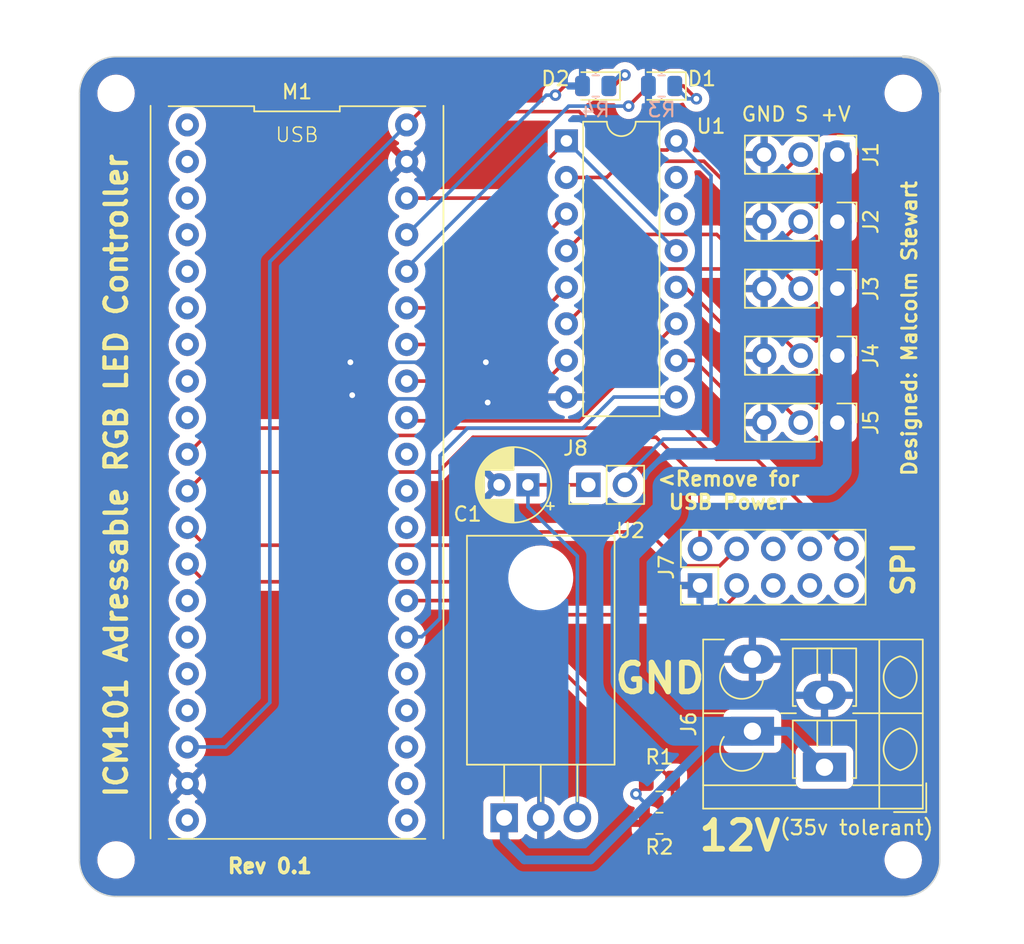
<source format=kicad_pcb>
(kicad_pcb (version 20221018) (generator pcbnew)
  (layers (0 "F.Cu" signal) (31 "B.Cu" signal) (34 "B.Paste" user) (35 "F.Paste" user) (36 "B.SilkS" user "B.Silkscreen") (37 "F.SilkS" user "F.Silkscreen") (38 "B.Mask" user) (39 "F.Mask" user) (44 "Edge.Cuts" user))
  (net 0 "")
  (net 1 "/CH1_H")
  (net 2 "GND")
  (net 3 "/CH2_H")
  (net 4 "/CH3_H")
  (net 5 "/CH4_H")
  (net 6 "/CH5_H")
  (net 7 "/12V")
  (net 20 "Net-(D1-K)")
  (net 31 "/CH1_L")
  (net 32 "/CH2_L")
  (net 33 "/STATUS")
  (net 34 "Net-(D2-K)")
  (net 35 "/COMM")
  (net 38 "+5V")
  (net 39 "+3V3")
  (net 40 "/CH3_L")
  (net 41 "/CH4_L")
  (net 42 "/CH5_L")
  (net 48 "/SPI1_SCK")
  (net 49 "/SPI1_MOSI")
  (net 50 "/SPI1_MISO")
  (net 51 "/SPI1_NSS")
  (net 52 "/12V_SNS")
  (net 54 "Net-(J8-Pin_1)")
  (footprint "Connector_PinHeader_2.54mm:PinHeader_1x03_P2.54mm_Vertical" (layer "F.Cu") (at 180.848 76.757 -90)
    (fp_text reference "J4" (at 0 -2.33 90) (layer "F.SilkS"))
    (fp_text value "Conn_01x03")
    (pad "1" thru_hole rect (at 0 0 270) (size 1.7 1.7) (drill 1) (layers "*.Cu" "*.Mask") (net 7 "/12V"))
    (pad "2" thru_hole oval (at 0 2.54 270) (size 1.7 1.7) (drill 1) (layers "*.Cu" "*.Mask") (net 5 "/CH4_H"))
    (pad "3" thru_hole oval (at 0 5.08 270) (size 1.7 1.7) (drill 1) (layers "*.Cu" "*.Mask") (net 2 "GND"))
  )
  (footprint "MountingHole:MountingHole_2.1mm" (layer "F.Cu") (at 185.42 111.76)
    (fp_text reference "H2" hide)
    (fp_text value "MountingHole_2.1mm")
    (pad "" np_thru_hole circle (at 0 0) (size 2.1 2.1) (drill 2.1) (layers "*.Cu" "*.Mask"))
  )
  (footprint "Resistor_SMD:R_0805_2012Metric" (layer "F.Cu") (at 168.5055 106.27)
    (fp_text reference "R1" (at 0 -1.65) (layer "F.SilkS"))
    (fp_text value "10k")
    (pad "1" smd roundrect (at -0.9125 0) (size 1.025 1.4) (layers "F.Cu" "F.Paste" "F.Mask") (roundrect_rratio 0.243902) (net 7 "/12V"))
    (pad "2" smd roundrect (at 0.9125 0) (size 1.025 1.4) (layers "F.Cu" "F.Paste" "F.Mask") (roundrect_rratio 0.243902) (net 52 "/12V_SNS"))
  )
  (footprint "LED_SMD:LED_0805_2012Metric" (layer "F.Cu") (at 164.084 58.039 180)
    (fp_text reference "D2" (at 2.794 0.508 180) (layer "F.SilkS"))
    (fp_text value "COMM")
    (pad "1" smd roundrect (at -0.9375 0 180) (size 0.975 1.4) (layers "F.Cu" "F.Paste" "F.Mask") (net 34 "Net-(D2-K)"))
    (pad "2" smd roundrect (at 0.9375 0 180) (size 0.975 1.4) (layers "F.Cu" "F.Paste" "F.Mask") (net 35 "/COMM"))
  )
  (footprint "LED_SMD:LED_0805_2012Metric" (layer "F.Cu") (at 168.656 58.039 180)
    (fp_text reference "D1" (at -2.794 0.508) (layer "F.SilkS"))
    (fp_text value "STATUS")
    (pad "1" smd roundrect (at -0.9375 0 180) (size 0.975 1.4) (layers "F.Cu" "F.Paste" "F.Mask") (net 20 "Net-(D1-K)"))
    (pad "2" smd roundrect (at 0.9375 0 180) (size 0.975 1.4) (layers "F.Cu" "F.Paste" "F.Mask") (net 33 "/STATUS"))
  )
  (footprint "TerminalBlock_WAGO:TerminalBlock_WAGO_804-102_1x02_P5.00mm_45Degree" (layer "F.Cu") (at 179.959 105.33 90)
    (fp_text reference "J6" (at 3 -9.42 90) (layer "F.SilkS"))
    (fp_text value "12v IN")
    (pad "1" thru_hole rect (at 0 0 90) (size 2 3) (drill 1.2) (layers "*.Cu" "*.Mask") (net 7 "/12V"))
    (pad "1" thru_hole rect (at 2.5 -5 90) (size 2 3) (drill 1.2) (layers "*.Cu" "*.Mask") (net 7 "/12V"))
    (pad "2" thru_hole oval (at 5 0 90) (size 2 3) (drill 1.2) (layers "*.Cu" "*.Mask") (net 2 "GND"))
    (pad "2" thru_hole oval (at 7.5 -5 90) (size 2 3) (drill 1.2) (layers "*.Cu" "*.Mask") (net 2 "GND"))
  )
  (footprint "stm32_devkit:MiniSTM32F4x1CE" (layer "F.Cu") (at 143.361999 84.872 -90)
    (fp_text reference "M1" (at -26.43 0) (layer "F.SilkS"))
    (fp_text value "~")
    (fp_text user "USB" (at -22.86 0 unlocked) (layer "F.SilkS") (effects (font (thickness 0.1)) (justify bottom)))
    (pad "1" thru_hole circle (at -24.13 7.61 270) (size 1.6 1.6) (drill 0.8) (layers "*.Cu" "*.Mask"))
    (pad "2" thru_hole circle (at -21.59 7.61 270) (size 1.6 1.6) (drill 0.8) (layers "*.Cu" "*.Mask"))
    (pad "3" thru_hole circle (at -19.05 7.61 270) (size 1.6 1.6) (drill 0.8) (layers "*.Cu" "*.Mask"))
    (pad "4" thru_hole circle (at -16.51 7.61 270) (size 1.6 1.6) (drill 0.8) (layers "*.Cu" "*.Mask"))
    (pad "5" thru_hole circle (at -13.97 7.61 270) (size 1.6 1.6) (drill 0.8) (layers "*.Cu" "*.Mask"))
    (pad "6" thru_hole circle (at -11.43 7.61 270) (size 1.6 1.6) (drill 0.8) (layers "*.Cu" "*.Mask"))
    (pad "7" thru_hole circle (at -8.89 7.61 270) (size 1.6 1.6) (drill 0.8) (layers "*.Cu" "*.Mask"))
    (pad "8" thru_hole circle (at -6.35 7.61 270) (size 1.6 1.6) (drill 0.8) (layers "*.Cu" "*.Mask"))
    (pad "9" thru_hole circle (at -3.81 7.61 270) (size 1.6 1.6) (drill 0.8) (layers "*.Cu" "*.Mask"))
    (pad "10" thru_hole circle (at -1.27 7.61 270) (size 1.6 1.6) (drill 0.8) (layers "*.Cu" "*.Mask") (net 51 "/SPI1_NSS"))
    (pad "11" thru_hole circle (at 1.27 7.61 270) (size 1.6 1.6) (drill 0.8) (layers "*.Cu" "*.Mask") (net 48 "/SPI1_SCK"))
    (pad "12" thru_hole circle (at 3.81 7.61 270) (size 1.6 1.6) (drill 0.8) (layers "*.Cu" "*.Mask") (net 50 "/SPI1_MISO"))
    (pad "13" thru_hole circle (at 6.35 7.61 270) (size 1.6 1.6) (drill 0.8) (layers "*.Cu" "*.Mask") (net 49 "/SPI1_MOSI"))
    (pad "14" thru_hole circle (at 8.89 7.61 270) (size 1.6 1.6) (drill 0.8) (layers "*.Cu" "*.Mask"))
    (pad "15" thru_hole circle (at 11.43 7.61 270) (size 1.6 1.6) (drill 0.8) (layers "*.Cu" "*.Mask"))
    (pad "16" thru_hole circle (at 13.97 7.61 270) (size 1.6 1.6) (drill 0.8) (layers "*.Cu" "*.Mask"))
    (pad "17" thru_hole circle (at 16.51 7.61 270) (size 1.6 1.6) (drill 0.8) (layers "*.Cu" "*.Mask"))
    (pad "18" thru_hole circle (at 19.05 7.61 270) (size 1.6 1.6) (drill 0.8) (layers "*.Cu" "*.Mask") (net 38 "+5V"))
    (pad "19" thru_hole circle (at 21.59 7.61 270) (size 1.6 1.6) (drill 0.8) (layers "*.Cu" "*.Mask") (net 2 "GND"))
    (pad "20" thru_hole circle (at 24.13 7.61 270) (size 1.6 1.6) (drill 0.8) (layers "*.Cu" "*.Mask"))
    (pad "21" thru_hole circle (at 24.13 -7.61 270) (size 1.6 1.6) (drill 0.8) (layers "*.Cu" "*.Mask"))
    (pad "22" thru_hole circle (at 21.59 -7.61 270) (size 1.6 1.6) (drill 0.8) (layers "*.Cu" "*.Mask"))
    (pad "23" thru_hole circle (at 19.05 -7.61 270) (size 1.6 1.6) (drill 0.8) (layers "*.Cu" "*.Mask"))
    (pad "24" thru_hole circle (at 16.51 -7.61 270) (size 1.6 1.6) (drill 0.8) (layers "*.Cu" "*.Mask"))
    (pad "25" thru_hole circle (at 13.97 -7.61 270) (size 1.6 1.6) (drill 0.8) (layers "*.Cu" "*.Mask"))
    (pad "26" thru_hole circle (at 11.43 -7.61 270) (size 1.6 1.6) (drill 0.8) (layers "*.Cu" "*.Mask") (net 42 "/CH5_L"))
    (pad "27" thru_hole circle (at 8.89 -7.61 270) (size 1.6 1.6) (drill 0.8) (layers "*.Cu" "*.Mask") (net 52 "/12V_SNS"))
    (pad "28" thru_hole circle (at 6.35 -7.61 270) (size 1.6 1.6) (drill 0.8) (layers "*.Cu" "*.Mask"))
    (pad "29" thru_hole circle (at 3.81 -7.61 270) (size 1.6 1.6) (drill 0.8) (layers "*.Cu" "*.Mask"))
    (pad "30" thru_hole circle (at 1.27 -7.61 270) (size 1.6 1.6) (drill 0.8) (layers "*.Cu" "*.Mask"))
    (pad "31" thru_hole circle (at -1.27 -7.61 270) (size 1.6 1.6) (drill 0.8) (layers "*.Cu" "*.Mask"))
    (pad "32" thru_hole circle (at -3.81 -7.61 270) (size 1.6 1.6) (drill 0.8) (layers "*.Cu" "*.Mask") (net 41 "/CH4_L"))
    (pad "33" thru_hole circle (at -6.35 -7.61 270) (size 1.6 1.6) (drill 0.8) (layers "*.Cu" "*.Mask") (net 40 "/CH3_L"))
    (pad "34" thru_hole circle (at -8.89 -7.61 270) (size 1.6 1.6) (drill 0.8) (layers "*.Cu" "*.Mask") (net 32 "/CH2_L"))
    (pad "35" thru_hole circle (at -11.43 -7.61 270) (size 1.6 1.6) (drill 0.8) (layers "*.Cu" "*.Mask") (net 31 "/CH1_L"))
    (pad "36" thru_hole circle (at -13.97 -7.61 270) (size 1.6 1.6) (drill 0.8) (layers "*.Cu" "*.Mask") (net 33 "/STATUS"))
    (pad "37" thru_hole circle (at -16.51 -7.61 270) (size 1.6 1.6) (drill 0.8) (layers "*.Cu" "*.Mask") (net 35 "/COMM"))
    (pad "38" thru_hole circle (at -19.05 -7.61 270) (size 1.6 1.6) (drill 0.8) (layers "*.Cu" "*.Mask") (net 39 "+3V3"))
    (pad "39" thru_hole circle (at -21.59 -7.61 270) (size 1.6 1.6) (drill 0.8) (layers "*.Cu" "*.Mask") (net 2 "GND"))
    (pad "40" thru_hole circle (at -24.13 -7.61 270) (size 1.6 1.6) (drill 0.8) (layers "*.Cu" "*.Mask") (net 38 "+5V"))
  )
  (footprint "MountingHole:MountingHole_2.1mm" (layer "F.Cu") (at 130.81 111.76)
    (fp_text reference "H3" hide)
    (fp_text value "MountingHole_2.1mm")
    (pad "" np_thru_hole circle (at 0 0) (size 2.1 2.1) (drill 2.1) (layers "F&B.Cu" "*.Mask"))
  )
  (footprint "Package_DIP:DIP-16_W7.62mm" (layer "F.Cu") (at 162.052 61.849)
    (fp_text reference "U1" (at 10.033 -1.016) (layer "F.SilkS"))
    (fp_text value "4504")
    (pad "1" thru_hole rect (at 0 0) (size 1.6 1.6) (drill 0.8) (layers "*.Cu" "*.Mask") (net 39 "+3V3"))
    (pad "2" thru_hole oval (at 0 2.54) (size 1.6 1.6) (drill 0.8) (layers "*.Cu" "*.Mask") (net 1 "/CH1_H"))
    (pad "3" thru_hole oval (at 0 5.08) (size 1.6 1.6) (drill 0.8) (layers "*.Cu" "*.Mask") (net 31 "/CH1_L"))
    (pad "4" thru_hole oval (at 0 7.62) (size 1.6 1.6) (drill 0.8) (layers "*.Cu" "*.Mask") (net 3 "/CH2_H"))
    (pad "5" thru_hole oval (at 0 10.16) (size 1.6 1.6) (drill 0.8) (layers "*.Cu" "*.Mask") (net 32 "/CH2_L"))
    (pad "6" thru_hole oval (at 0 12.7) (size 1.6 1.6) (drill 0.8) (layers "*.Cu" "*.Mask") (net 4 "/CH3_H"))
    (pad "7" thru_hole oval (at 0 15.24) (size 1.6 1.6) (drill 0.8) (layers "*.Cu" "*.Mask") (net 40 "/CH3_L"))
    (pad "8" thru_hole oval (at 0 17.78) (size 1.6 1.6) (drill 0.8) (layers "*.Cu" "*.Mask") (net 2 "GND"))
    (pad "9" thru_hole oval (at 7.62 17.78) (size 1.6 1.6) (drill 0.8) (layers "*.Cu" "*.Mask") (net 42 "/CH5_L"))
    (pad "10" thru_hole oval (at 7.62 15.24) (size 1.6 1.6) (drill 0.8) (layers "*.Cu" "*.Mask") (net 6 "/CH5_H"))
    (pad "11" thru_hole oval (at 7.62 12.7) (size 1.6 1.6) (drill 0.8) (layers "*.Cu" "*.Mask") (net 41 "/CH4_L"))
    (pad "12" thru_hole oval (at 7.62 10.16) (size 1.6 1.6) (drill 0.8) (layers "*.Cu" "*.Mask") (net 5 "/CH4_H"))
    (pad "13" thru_hole oval (at 7.62 7.62) (size 1.6 1.6) (drill 0.8) (layers "*.Cu" "*.Mask") (net 39 "+3V3"))
    (pad "14" thru_hole oval (at 7.62 5.08) (size 1.6 1.6) (drill 0.8) (layers "*.Cu" "*.Mask"))
    (pad "15" thru_hole oval (at 7.62 2.54) (size 1.6 1.6) (drill 0.8) (layers "*.Cu" "*.Mask"))
    (pad "16" thru_hole oval (at 7.62 0) (size 1.6 1.6) (drill 0.8) (layers "*.Cu" "*.Mask") (net 38 "+5V"))
  )
  (footprint "MountingHole:MountingHole_2.1mm" (layer "F.Cu") (at 185.42 58.547)
    (fp_text reference "H1" hide)
    (fp_text value "MountingHole_2.1mm")
    (pad "" np_thru_hole circle (at 0 0) (size 2.1 2.1) (drill 2.1) (layers "*.Cu" "*.Mask"))
  )
  (footprint "Capacitor_THT:CP_Radial_D5.0mm_P2.00mm" (layer "F.Cu") (at 159.385 85.725 180)
    (fp_text reference "C1" (at 4.191 -2.032 180) (layer "F.SilkS"))
    (fp_text value "0.1u")
    (pad "1" thru_hole rect (at 0 0 180) (size 1.6 1.6) (drill 0.8) (layers "*.Cu" "*.Mask") (net 54 "Net-(J8-Pin_1)"))
    (pad "2" thru_hole circle (at 2 0 180) (size 1.6 1.6) (drill 0.8) (layers "*.Cu" "*.Mask") (net 2 "GND"))
  )
  (footprint "Package_TO_SOT_THT:TO-220-3_Horizontal_TabDown" (layer "F.Cu") (at 157.734 108.839)
    (fp_text reference "U2" (at 8.763 -19.939) (layer "F.SilkS"))
    (fp_text value "L7805")
    (pad "" np_thru_hole oval (at 2.54 -16.66) (size 3.5 3.5) (drill 3.5) (layers "*.Cu" "*.Mask"))
    (pad "1" thru_hole rect (at 0 0) (size 1.905 2) (drill 1.1) (layers "*.Cu" "*.Mask") (net 7 "/12V"))
    (pad "2" thru_hole oval (at 2.54 0) (size 1.905 2) (drill 1.1) (layers "*.Cu" "*.Mask") (net 2 "GND"))
    (pad "3" thru_hole oval (at 5.08 0) (size 1.905 2) (drill 1.1) (layers "*.Cu" "*.Mask") (net 54 "Net-(J8-Pin_1)"))
  )
  (footprint "Connector_PinHeader_2.54mm:PinHeader_1x03_P2.54mm_Vertical" (layer "F.Cu") (at 180.848 67.457 -90)
    (fp_text reference "J2" (at 0 -2.33 90) (layer "F.SilkS"))
    (fp_text value "Conn_01x03")
    (pad "1" thru_hole rect (at 0 0 270) (size 1.7 1.7) (drill 1) (layers "*.Cu" "*.Mask") (net 7 "/12V"))
    (pad "2" thru_hole oval (at 0 2.54 270) (size 1.7 1.7) (drill 1) (layers "*.Cu" "*.Mask") (net 3 "/CH2_H"))
    (pad "3" thru_hole oval (at 0 5.08 270) (size 1.7 1.7) (drill 1) (layers "*.Cu" "*.Mask") (net 2 "GND"))
  )
  (footprint "Connector_PinHeader_2.54mm:PinHeader_1x03_P2.54mm_Vertical" (layer "F.Cu") (at 180.848 72.107 -90)
    (fp_text reference "J3" (at 0 -2.33 90) (layer "F.SilkS"))
    (fp_text value "Conn_01x03")
    (pad "1" thru_hole rect (at 0 0 270) (size 1.7 1.7) (drill 1) (layers "*.Cu" "*.Mask") (net 7 "/12V"))
    (pad "2" thru_hole oval (at 0 2.54 270) (size 1.7 1.7) (drill 1) (layers "*.Cu" "*.Mask") (net 4 "/CH3_H"))
    (pad "3" thru_hole oval (at 0 5.08 270) (size 1.7 1.7) (drill 1) (layers "*.Cu" "*.Mask") (net 2 "GND"))
  )
  (footprint "Connector_PinHeader_2.54mm:PinHeader_2x05_P2.54mm_Vertical" (layer "F.Cu") (at 171.323 92.71 90)
    (fp_text reference "J7" (at 1.27 -2.33 90) (layer "F.SilkS"))
    (fp_text value "SPI")
    (pad "1" thru_hole rect (at 0 0 90) (size 1.7 1.7) (drill 1) (layers "*.Cu" "*.Mask") (net 2 "GND"))
    (pad "2" thru_hole oval (at 2.54 0 90) (size 1.7 1.7) (drill 1) (layers "*.Cu" "*.Mask") (net 48 "/SPI1_SCK"))
    (pad "3" thru_hole oval (at 0 2.54 90) (size 1.7 1.7) (drill 1) (layers "*.Cu" "*.Mask") (net 49 "/SPI1_MOSI"))
    (pad "4" thru_hole oval (at 2.54 2.54 90) (size 1.7 1.7) (drill 1) (layers "*.Cu" "*.Mask") (net 50 "/SPI1_MISO"))
    (pad "5" thru_hole oval (at 0 5.08 90) (size 1.7 1.7) (drill 1) (layers "*.Cu" "*.Mask"))
    (pad "6" thru_hole oval (at 2.54 5.08 90) (size 1.7 1.7) (drill 1) (layers "*.Cu" "*.Mask"))
    (pad "7" thru_hole oval (at 0 7.62 90) (size 1.7 1.7) (drill 1) (layers "*.Cu" "*.Mask"))
    (pad "8" thru_hole oval (at 2.54 7.62 90) (size 1.7 1.7) (drill 1) (layers "*.Cu" "*.Mask"))
    (pad "9" thru_hole oval (at 0 10.16 90) (size 1.7 1.7) (drill 1) (layers "*.Cu" "*.Mask"))
    (pad "10" thru_hole oval (at 2.54 10.16 90) (size 1.7 1.7) (drill 1) (layers "*.Cu" "*.Mask") (net 51 "/SPI1_NSS"))
  )
  (footprint "Connector_PinHeader_2.54mm:PinHeader_1x03_P2.54mm_Vertical" (layer "F.Cu") (at 180.848 81.407 -90)
    (fp_text reference "J5" (at 0 -2.33 90) (layer "F.SilkS"))
    (fp_text value "Conn_01x03")
    (pad "1" thru_hole rect (at 0 0 270) (size 1.7 1.7) (drill 1) (layers "*.Cu" "*.Mask") (net 7 "/12V"))
    (pad "2" thru_hole oval (at 0 2.54 270) (size 1.7 1.7) (drill 1) (layers "*.Cu" "*.Mask") (net 6 "/CH5_H"))
    (pad "3" thru_hole oval (at 0 5.08 270) (size 1.7 1.7) (drill 1) (layers "*.Cu" "*.Mask") (net 2 "GND"))
  )
  (footprint "Resistor_SMD:R_0805_2012Metric" (layer "F.Cu") (at 168.5055 109.22 180)
    (fp_text reference "R2" (at 0 -1.65) (layer "F.SilkS"))
    (fp_text value "1k")
    (pad "1" smd roundrect (at -0.9125 0 180) (size 1.025 1.4) (layers "F.Cu" "F.Paste" "F.Mask") (roundrect_rratio 0.243902) (net 52 "/12V_SNS"))
    (pad "2" smd roundrect (at 0.9125 0 180) (size 1.025 1.4) (layers "F.Cu" "F.Paste" "F.Mask") (roundrect_rratio 0.243902) (net 2 "GND"))
  )
  (footprint "Connector_PinHeader_2.54mm:PinHeader_1x02_P2.54mm_Vertical" (layer "F.Cu") (at 163.576 85.725 90)
    (fp_text reference "J8" (at 2.54 -0.889 180) (layer "F.SilkS"))
    (fp_text value "Conn_01x02")
    (pad "1" thru_hole rect (at 0 0 90) (size 1.7 1.7) (drill 1) (layers "*.Cu" "*.Mask") (net 54 "Net-(J8-Pin_1)"))
    (pad "2" thru_hole oval (at 0 2.54 90) (size 1.7 1.7) (drill 1) (layers "*.Cu" "*.Mask") (net 38 "+5V"))
  )
  (footprint "MountingHole:MountingHole_2.1mm" (layer "F.Cu") (at 130.81 58.547)
    (fp_text reference "H4" hide)
    (fp_text value "MountingHole_2.1mm")
    (pad "" np_thru_hole circle (at 0 0) (size 2.1 2.1) (drill 2.1) (layers "F&B.Cu" "*.Mask"))
  )
  (footprint "Connector_PinHeader_2.54mm:PinHeader_1x03_P2.54mm_Vertical" (layer "F.Cu") (at 180.848 62.807 -90)
    (fp_text reference "J1" (at 0 -2.33 90) (layer "F.SilkS"))
    (fp_text value "Conn_01x03")
    (pad "1" thru_hole rect (at 0 0 270) (size 1.7 1.7) (drill 1) (layers "*.Cu" "*.Mask") (net 7 "/12V"))
    (pad "2" thru_hole oval (at 0 2.54 270) (size 1.7 1.7) (drill 1) (layers "*.Cu" "*.Mask") (net 1 "/CH1_H"))
    (pad "3" thru_hole oval (at 0 5.08 270) (size 1.7 1.7) (drill 1) (layers "*.Cu" "*.Mask") (net 2 "GND"))
  )
  (footprint "Resistor_SMD:R_0805_2012Metric" (layer "B.Cu") (at 164.084 58.039)
    (fp_text reference "R4" (at 0 1.65) (layer "B.SilkS") (effects (justify mirror)))
    (fp_text value "200")
    (pad "1" smd roundrect (at -0.9125 0) (size 1.025 1.4) (layers "B.Cu" "B.Paste" "B.Mask") (roundrect_rratio 0.243902) (net 2 "GND"))
    (pad "2" smd roundrect (at 0.9125 0) (size 1.025 1.4) (layers "B.Cu" "B.Paste" "B.Mask") (roundrect_rratio 0.243902) (net 34 "Net-(D2-K)"))
  )
  (footprint "Resistor_SMD:R_0805_2012Metric" (layer "B.Cu") (at 168.656 58.039)
    (fp_text reference "R3" (at 0 1.65) (layer "B.SilkS") (effects (justify mirror)))
    (fp_text value "200")
    (pad "1" smd roundrect (at -0.9125 0) (size 1.025 1.4) (layers "B.Cu" "B.Paste" "B.Mask") (roundrect_rratio 0.243902) (net 2 "GND"))
    (pad "2" smd roundrect (at 0.9125 0) (size 1.025 1.4) (layers "B.Cu" "B.Paste" "B.Mask") (roundrect_rratio 0.243902) (net 20 "Net-(D1-K)"))
  )
  (gr_arc (start 185.42 56.003827) (mid 187.172818 56.704351) (end 187.96 58.42) (stroke (width 0.2)) (layer "Edge.Cuts"))
  (gr_arc (start 187.96 111.76) (mid 187.216051 113.556051) (end 185.42 114.3) (stroke (width 0.1)) (layer "Edge.Cuts"))
  (gr_line (start 130.81 56.007) (end 185.42 56.003827) (stroke (width 0.1)) (layer "Edge.Cuts"))
  (gr_line (start 128.27 111.76) (end 128.27 58.547) (stroke (width 0.1)) (layer "Edge.Cuts"))
  (gr_arc (start 130.81 114.3) (mid 129.013949 113.556051) (end 128.27 111.76) (stroke (width 0.1)) (layer "Edge.Cuts"))
  (gr_line (start 187.96 58.42) (end 187.96 111.76) (stroke (width 0.1)) (layer "Edge.Cuts"))
  (gr_arc (start 128.27 58.547) (mid 129.013949 56.750949) (end 130.81 56.007) (stroke (width 0.1)) (layer "Edge.Cuts"))
  (gr_line (start 185.42 114.3) (end 130.81 114.3) (stroke (width 0.1)) (layer "Edge.Cuts"))
  (gr_text "S" (at 177.8 60.579) (layer "F.SilkS") (effects (font (size 1 1)) (justify left bottom)))
  (gr_text "<Remove for \n USB Power" (at 168.275 87.503) (layer "F.SilkS") (effects (font (size 1 1) (thickness 0.2) bold) (justify left bottom)))
  (gr_text "GND" (at 165.227 100.33) (layer "F.SilkS") (effects (font (size 2 2) (thickness 0.4) bold) (justify left bottom)))
  (gr_text "ICM101 Adressable RGB LED Controller" (at 131.699 107.569 90) (layer "F.SilkS") (effects (font (size 1.5 1.5) (thickness 0.3) bold) (justify left bottom)))
  (gr_text "Rev 0.1" (at 138.43 112.776) (layer "F.SilkS") (effects (font (size 1 1) (thickness 0.25) bold) (justify left bottom)))
  (gr_text "+V" (at 179.578 60.579) (layer "F.SilkS") (effects (font (size 1 1)) (justify left bottom)))
  (gr_text "(35v tolerant)" (at 176.784 110.109) (layer "F.SilkS") (effects (font (size 1 1)) (justify left bottom)))
  (gr_text "SPI" (at 186.309 93.599 90) (layer "F.SilkS") (effects (font (size 1.5 1.5) (thickness 0.3) bold) (justify left bottom)))
  (gr_text "GND" (at 174.117 60.579) (layer "F.SilkS") (effects (font (size 1 1)) (justify left bottom)))
  (gr_text "12V\n" (at 171.069 111.252) (layer "F.SilkS") (effects (font (size 2 2) (thickness 0.4) bold) (justify left bottom)))
  (gr_text "Designed: Malcolm Stewart" (at 186.436 85.217 90) (layer "F.SilkS") (effects (font (size 1 1) (thickness 0.2) bold) (justify left bottom)))
  (segment (start 171.595 63.264) (end 165.971 63.264) (width 0.25) (layer "F.Cu") (net 1))
  (segment (start 165.971 63.264) (end 164.846 64.389) (width 0.25) (layer "F.Cu") (net 1))
  (segment (start 176.345 64.77) (end 173.101 64.77) (width 0.25) (layer "F.Cu") (net 1))
  (segment (start 178.308 62.807) (end 176.345 64.77) (width 0.25) (layer "F.Cu") (net 1))
  (segment (start 164.846 64.389) (end 162.052 64.389) (width 0.25) (layer "F.Cu") (net 1))
  (segment (start 173.101 64.77) (end 171.595 63.264) (width 0.25) (layer "F.Cu") (net 1))
  (segment (start 162.052 79.629) (end 156.972 79.629) (width 0.25) (layer "F.Cu") (net 2))
  (segment (start 156.972 79.629) (end 156.591 80.01) (width 0.25) (layer "F.Cu") (net 2))
  (via (at 156.591 80.01) (size 0.8) (drill 0.4) (layers "F.Cu" "B.Cu") (net 2))
  (via (at 147.066 77.216) (size 0.8) (drill 0.4) (layers "F.Cu" "B.Cu") (net 2))
  (via (at 156.464 77.216) (size 0.8) (drill 0.4) (layers "F.Cu" "B.Cu") (net 2))
  (via (at 147.193 79.502) (size 0.8) (drill 0.4) (layers "F.Cu" "B.Cu") (net 2))
  (segment (start 147.447 79.756) (end 147.193 79.502) (width 0.25) (layer "B.Cu") (net 2))
  (segment (start 156.591 80.01) (end 156.337 79.756) (width 0.25) (layer "B.Cu") (net 2))
  (segment (start 156.337 79.756) (end 147.447 79.756) (width 0.25) (layer "B.Cu") (net 2))
  (segment (start 156.464 77.216) (end 147.066 77.216) (width 0.25) (layer "B.Cu") (net 2))
  (segment (start 173.736 69.596) (end 176.169 69.596) (width 0.25) (layer "F.Cu") (net 3))
  (segment (start 172.484 68.344) (end 173.736 69.596) (width 0.25) (layer "F.Cu") (net 3))
  (segment (start 176.169 69.596) (end 178.308 67.457) (width 0.25) (layer "F.Cu") (net 3))
  (segment (start 163.177 68.344) (end 172.484 68.344) (width 0.25) (layer "F.Cu") (net 3))
  (segment (start 162.052 69.469) (end 163.177 68.344) (width 0.25) (layer "F.Cu") (net 3))
  (segment (start 172.974 70.739) (end 173.228 70.485) (width 0.25) (layer "F.Cu") (net 4))
  (segment (start 173.228 70.485) (end 176.686 70.485) (width 0.25) (layer "F.Cu") (net 4))
  (segment (start 162.052 74.549) (end 165.862 70.739) (width 0.25) (layer "F.Cu") (net 4))
  (segment (start 176.686 70.485) (end 178.308 72.107) (width 0.25) (layer "F.Cu") (net 4))
  (segment (start 165.862 70.739) (end 172.974 70.739) (width 0.25) (layer "F.Cu") (net 4))
  (segment (start 169.672 72.009) (end 170.307 72.009) (width 0.25) (layer "F.Cu") (net 5))
  (segment (start 172.847 74.549) (end 176.1 74.549) (width 0.25) (layer "F.Cu") (net 5))
  (segment (start 176.1 74.549) (end 178.308 76.757) (width 0.25) (layer "F.Cu") (net 5))
  (segment (start 170.307 72.009) (end 172.847 74.549) (width 0.25) (layer "F.Cu") (net 5))
  (segment (start 169.672 77.089) (end 170.942 77.089) (width 0.25) (layer "F.Cu") (net 6))
  (segment (start 170.942 77.089) (end 173.228 79.375) (width 0.25) (layer "F.Cu") (net 6))
  (segment (start 173.228 79.375) (end 176.276 79.375) (width 0.25) (layer "F.Cu") (net 6))
  (segment (start 176.276 79.375) (end 178.308 81.407) (width 0.25) (layer "F.Cu") (net 6))
  (segment (start 167.593 106.473) (end 166.878 107.188) (width 0.25) (layer "F.Cu") (net 7))
  (segment (start 167.593 106.27) (end 167.593 106.473) (width 0.25) (layer "F.Cu") (net 7))
  (via (at 166.878 107.188) (size 0.8) (drill 0.4) (layers "F.Cu" "B.Cu") (net 7))
  (segment (start 180.848 67.457) (end 180.848 72.107) (width 2) (layer "B.Cu") (net 7))
  (segment (start 157.734 110.363) (end 159.131 111.76) (width 0.6) (layer "B.Cu") (net 7))
  (segment (start 167.7235 107.7795) (end 172.673 102.83) (width 0.6) (layer "B.Cu") (net 7))
  (segment (start 166.116 90.424) (end 166.116 99.321) (width 2) (layer "B.Cu") (net 7))
  (segment (start 180.848 81.407) (end 180.848 84.709) (width 2) (layer "B.Cu") (net 7))
  (segment (start 169.037 85.852) (end 169.037 87.503) (width 2) (layer "B.Cu") (net 7))
  (segment (start 169.625 102.83) (end 174.959 102.83) (width 2) (layer "B.Cu") (net 7))
  (segment (start 169.037 87.503) (end 166.116 90.424) (width 2) (layer "B.Cu") (net 7))
  (segment (start 159.131 111.76) (end 163.743 111.76) (width 0.6) (layer "B.Cu") (net 7))
  (segment (start 166.116 99.321) (end 169.625 102.83) (width 2) (layer "B.Cu") (net 7))
  (segment (start 180.848 72.107) (end 180.848 76.757) (width 2) (layer "B.Cu") (net 7))
  (segment (start 180.848 76.757) (end 180.848 81.407) (width 2) (layer "B.Cu") (net 7))
  (segment (start 180.086 85.471) (end 169.418 85.471) (width 2) (layer "B.Cu") (net 7))
  (segment (start 166.878 107.188) (end 167.4695 107.7795) (width 0.25) (layer "B.Cu") (net 7))
  (segment (start 163.743 111.76) (end 167.7235 107.7795) (width 0.6) (layer "B.Cu") (net 7))
  (segment (start 172.673 102.83) (end 174.959 102.83) (width 0.6) (layer "B.Cu") (net 7))
  (segment (start 157.734 108.839) (end 157.734 110.363) (width 0.6) (layer "B.Cu") (net 7))
  (segment (start 167.4695 107.7795) (end 167.7235 107.7795) (width 0.25) (layer "B.Cu") (net 7))
  (segment (start 180.848 84.709) (end 180.086 85.471) (width 2) (layer "B.Cu") (net 7))
  (segment (start 169.418 85.471) (end 169.037 85.852) (width 2) (layer "B.Cu") (net 7))
  (segment (start 174.959 102.83) (end 177.459 102.83) (width 0.6) (layer "B.Cu") (net 7))
  (segment (start 180.848 62.807) (end 180.848 67.457) (width 2) (layer "B.Cu") (net 7))
  (segment (start 177.459 102.83) (end 179.959 105.33) (width 0.6) (layer "B.Cu") (net 7))
  (segment (start 170.18 58.039) (end 169.5935 58.039) (width 0.25) (layer "F.Cu") (net 20))
  (segment (start 171.069 58.928) (end 170.18 58.039) (width 0.25) (layer "F.Cu") (net 20))
  (via (at 171.069 58.928) (size 0.8) (drill 0.4) (layers "F.Cu" "B.Cu") (net 20))
  (segment (start 170.4575 58.928) (end 169.5685 58.039) (width 0.25) (layer "B.Cu") (net 20))
  (segment (start 171.069 58.928) (end 170.4575 58.928) (width 0.25) (layer "B.Cu") (net 20))
  (segment (start 150.971999 73.442) (end 155.539 73.442) (width 0.25) (layer "F.Cu") (net 31))
  (segment (start 155.539 73.442) (end 162.052 66.929) (width 0.25) (layer "F.Cu") (net 31))
  (segment (start 158.079 75.982) (end 162.052 72.009) (width 0.25) (layer "F.Cu") (net 32))
  (segment (start 150.971999 75.982) (end 158.079 75.982) (width 0.25) (layer "F.Cu") (net 32))
  (segment (start 167.7185 58.039) (end 167.7185 58.0875) (width 0.25) (layer "F.Cu") (net 33))
  (segment (start 167.7185 58.0875) (end 166.37 59.436) (width 0.25) (layer "F.Cu") (net 33))
  (via (at 166.37 59.436) (size 0.8) (drill 0.4) (layers "F.Cu" "B.Cu") (net 33))
  (segment (start 150.971999 70.679001) (end 150.971999 70.902) (width 0.25) (layer "B.Cu") (net 33))
  (segment (start 162.215 59.436) (end 150.971999 70.679001) (width 0.25) (layer "B.Cu") (net 33))
  (segment (start 166.37 59.436) (end 162.215 59.436) (width 0.25) (layer "B.Cu") (net 33))
  (segment (start 164.9965 58.039) (end 165.354 58.039) (width 0.25) (layer "F.Cu") (net 34))
  (segment (start 165.354 58.039) (end 166.116 57.277) (width 0.25) (layer "F.Cu") (net 34))
  (via (at 166.116 57.277) (size 0.8) (drill 0.4) (layers "F.Cu" "B.Cu") (net 34))
  (segment (start 166.116 57.277) (end 165.7585 57.277) (width 0.25) (layer "B.Cu") (net 34))
  (segment (start 165.7585 57.277) (end 164.9965 58.039) (width 0.25) (layer "B.Cu") (net 34))
  (segment (start 163.1715 58.039) (end 161.925 58.039) (width 0.25) (layer "F.Cu") (net 35))
  (segment (start 161.925 58.039) (end 161.29 58.674) (width 0.25) (layer "F.Cu") (net 35))
  (via (at 161.29 58.674) (size 0.8) (drill 0.4) (layers "F.Cu" "B.Cu") (net 35))
  (segment (start 161.29 58.674) (end 160.659999 58.674) (width 0.25) (layer "B.Cu") (net 35))
  (segment (start 160.659999 58.674) (end 150.971999 68.362) (width 0.25) (layer "B.Cu") (net 35))
  (segment (start 165.606604 62.484) (end 169.037 62.484) (width 0.25) (layer "F.Cu") (net 38))
  (segment (start 169.037 62.484) (end 169.672 61.849) (width 0.25) (layer "F.Cu") (net 38))
  (segment (start 150.971999 60.742) (end 151.896999 59.817) (width 0.25) (layer "F.Cu") (net 38))
  (segment (start 151.896999 59.817) (end 162.939604 59.817) (width 0.25) (layer "F.Cu") (net 38))
  (segment (start 162.939604 59.817) (end 165.606604 62.484) (width 0.25) (layer "F.Cu") (net 38))
  (segment (start 141.478 70.235999) (end 150.971999 60.742) (width 0.25) (layer "B.Cu") (net 38))
  (segment (start 135.751999 103.922) (end 138.394 103.922) (width 0.25) (layer "B.Cu") (net 38))
  (segment (start 172.085 82.55) (end 172.085 64.262) (width 0.25) (layer "B.Cu") (net 38))
  (segment (start 141.478 100.838) (end 141.478 70.235999) (width 0.25) (layer "B.Cu") (net 38))
  (segment (start 168.783 82.55) (end 172.085 82.55) (width 0.25) (layer "B.Cu") (net 38))
  (segment (start 138.394 103.922) (end 141.478 100.838) (width 0.25) (layer "B.Cu") (net 38))
  (segment (start 172.085 64.262) (end 169.672 61.849) (width 0.25) (layer "B.Cu") (net 38))
  (segment (start 165.608 85.725) (end 168.783 82.55) (width 0.25) (layer "B.Cu") (net 38))
  (segment (start 150.971999 65.822) (end 158.079 65.822) (width 0.25) (layer "F.Cu") (net 39))
  (segment (start 158.079 65.822) (end 162.052 61.849) (width 0.25) (layer "F.Cu") (net 39))
  (segment (start 162.052 61.849) (end 169.672 69.469) (width 0.25) (layer "B.Cu") (net 39))
  (segment (start 160.619 78.522) (end 162.052 77.089) (width 0.25) (layer "F.Cu") (net 40))
  (segment (start 150.971999 78.522) (end 160.619 78.522) (width 0.25) (layer "F.Cu") (net 40))
  (segment (start 150.971999 81.062) (end 151.189999 81.28) (width 0.25) (layer "F.Cu") (net 41))
  (segment (start 162.941 81.28) (end 169.672 74.549) (width 0.25) (layer "F.Cu") (net 41))
  (segment (start 151.189999 81.28) (end 162.941 81.28) (width 0.25) (layer "F.Cu") (net 41))
  (segment (start 165.354 79.629) (end 163.195 81.788) (width 0.25) (layer "B.Cu") (net 42))
  (segment (start 155.194 81.788) (end 153.289 83.693) (width 0.25) (layer "B.Cu") (net 42))
  (segment (start 169.672 79.629) (end 165.354 79.629) (width 0.25) (layer "B.Cu") (net 42))
  (segment (start 163.195 81.788) (end 155.194 81.788) (width 0.25) (layer "B.Cu") (net 42))
  (segment (start 152.019 96.266) (end 151.007999 96.266) (width 0.25) (layer "B.Cu") (net 42))
  (segment (start 153.289 94.996) (end 152.019 96.266) (width 0.25) (layer "B.Cu") (net 42))
  (segment (start 151.007999 96.266) (end 150.971999 96.302) (width 0.25) (layer "B.Cu") (net 42))
  (segment (start 153.289 83.693) (end 153.289 94.996) (width 0.25) (layer "B.Cu") (net 42))
  (segment (start 171.323 85.471) (end 171.323 90.17) (width 0.25) (layer "F.Cu") (net 48))
  (segment (start 153.162 84.836) (end 155.575 82.423) (width 0.25) (layer "F.Cu") (net 48))
  (segment (start 168.275 82.423) (end 171.323 85.471) (width 0.25) (layer "F.Cu") (net 48))
  (segment (start 137.057999 84.836) (end 153.162 84.836) (width 0.25) (layer "F.Cu") (net 48))
  (segment (start 155.575 82.423) (end 168.275 82.423) (width 0.25) (layer "F.Cu") (net 48))
  (segment (start 135.751999 86.142) (end 137.057999 84.836) (width 0.25) (layer "F.Cu") (net 48))
  (segment (start 172.466 94.742) (end 173.863 93.345) (width 0.25) (layer "F.Cu") (net 49))
  (segment (start 156.591 92.456) (end 158.877 94.742) (width 0.25) (layer "F.Cu") (net 49))
  (segment (start 136.985999 92.456) (end 156.591 92.456) (width 0.25) (layer "F.Cu") (net 49))
  (segment (start 135.751999 91.222) (end 136.985999 92.456) (width 0.25) (layer "F.Cu") (net 49))
  (segment (start 158.877 94.742) (end 172.466 94.742) (width 0.25) (layer "F.Cu") (net 49))
  (segment (start 173.863 93.345) (end 173.863 92.71) (width 0.25) (layer "F.Cu") (net 49))
  (segment (start 135.751999 88.682) (end 136.985999 89.916) (width 0.25) (layer "F.Cu") (net 50))
  (segment (start 167.735 88.995) (end 170.085 91.345) (width 0.25) (layer "F.Cu") (net 50))
  (segment (start 136.985999 89.916) (end 158.538796 89.916) (width 0.25) (layer "F.Cu") (net 50))
  (segment (start 158.538796 89.916) (end 159.459796 88.995) (width 0.25) (layer "F.Cu") (net 50))
  (segment (start 159.459796 88.995) (end 167.735 88.995) (width 0.25) (layer "F.Cu") (net 50))
  (segment (start 172.688 91.345) (end 173.863 90.17) (width 0.25) (layer "F.Cu") (net 50))
  (segment (start 170.085 91.345) (end 172.688 91.345) (width 0.25) (layer "F.Cu") (net 50))
  (segment (start 152.273 82.296) (end 152.781 81.788) (width 0.25) (layer "F.Cu") (net 51))
  (segment (start 149.098 81.788) (end 149.606 82.296) (width 0.25) (layer "F.Cu") (net 51))
  (segment (start 149.606 82.296) (end 152.273 82.296) (width 0.25) (layer "F.Cu") (net 51))
  (segment (start 135.751999 83.602) (end 137.565999 81.788) (width 0.25) (layer "F.Cu") (net 51))
  (segment (start 175.26 83.947) (end 181.483 90.17) (width 0.25) (layer "F.Cu") (net 51))
  (segment (start 137.565999 81.788) (end 149.098 81.788) (width 0.25) (layer "F.Cu") (net 51))
  (segment (start 152.781 81.788) (end 170.307 81.788) (width 0.25) (layer "F.Cu") (net 51))
  (segment (start 172.466 83.947) (end 175.26 83.947) (width 0.25) (layer "F.Cu") (net 51))
  (segment (start 170.307 81.788) (end 172.466 83.947) (width 0.25) (layer "F.Cu") (net 51))
  (segment (start 169.418 106.27) (end 156.91 93.762) (width 0.25) (layer "F.Cu") (net 52))
  (segment (start 156.91 93.762) (end 150.971999 93.762) (width 0.25) (layer "F.Cu") (net 52))
  (segment (start 169.418 109.22) (end 169.418 106.27) (width 0.25) (layer "F.Cu") (net 52))
  (segment (start 159.385 85.725) (end 163.576 85.725) (width 0.25) (layer "F.Cu") (net 54))
  (segment (start 162.814 90.678) (end 159.385 87.249) (width 0.25) (layer "B.Cu") (net 54))
  (segment (start 162.814 104.648) (end 162.814 90.678) (width 0.25) (layer "B.Cu") (net 54))
  (segment (start 162.814 108.839) (end 162.814 104.648) (width 0.25) (layer "B.Cu") (net 54))
  (segment (start 159.385 87.249) (end 159.385 85.725) (width 0.25) (layer "B.Cu") (net 54))
  (zone (net 2) (net_name "GND") (layer "F.Cu") (priority 1) (connect_pads (clearance 0.5)) (min_thickness 0.25) (fill yes (thermal_gap 0.5) (thermal_bridge_width 0.5))
    (polygon (pts (xy 126.238 53.213) (xy 193.802 52.07) (xy 193.294 117.602) (xy 125.603 117.602)))
  )
  (zone (net 2) (net_name "GND") (layer "B.Cu") (connect_pads (clearance 0.5)) (min_thickness 0.25) (fill yes (thermal_gap 0.5) (thermal_bridge_width 0.5))
    (polygon (pts (xy 127.254 54.356) (xy 190.5 54.483) (xy 190.627 115.189) (xy 127.127 115.443)))
  )
)
</source>
